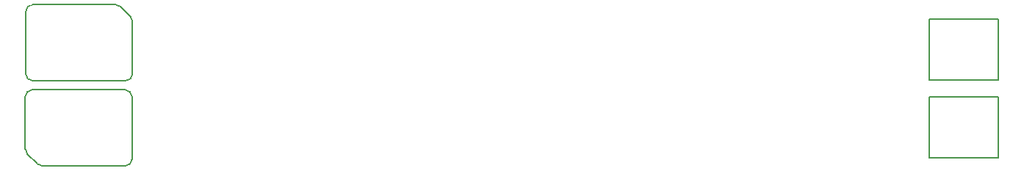
<source format=gbr>
G04 This is an RS-274x file exported by *
G04 gerbv version 2.6.1 *
G04 More information is available about gerbv at *
G04 http://gerbv.geda-project.org/ *
G04 --End of header info--*
%MOIN*%
%FSLAX34Y34*%
%IPPOS*%
G04 --Define apertures--*
%ADD10C,0.0079*%
%ADD11C,0.0079*%
%ADD12C,0.0354*%
%ADD13C,0.0197*%
G04 --Start main section--*
G54D10*
G01X0005583Y0046138D02*
G01X0005583Y0048507D01*
G01X0005491Y0048730D02*
G01X0005025Y0049195D01*
G01X0004803Y0049287D02*
G01X0001055Y0049287D01*
G01X0001055Y0045823D02*
G01X0005268Y0045823D01*
G01X0000740Y0048972D02*
G01X0000740Y0046138D01*
G01X0001031Y0045417D02*
G01X0005244Y0045417D01*
G01X0000717Y0045102D02*
G01X0000717Y0042733D01*
G01X0000809Y0042510D02*
G01X0001274Y0042045D01*
G01X0001496Y0041953D02*
G01X0005244Y0041953D01*
G01X0005559Y0045102D02*
G01X0005559Y0042268D01*
G54D11*
G01X0041732Y0048622D02*
G01X0044881Y0048622D01*
G01X0044882Y0048622D02*
G01X0044882Y0045866D01*
G01X0044882Y0045866D02*
G01X0043307Y0045866D01*
G01X0044882Y0045079D02*
G01X0044882Y0042323D01*
G01X0044882Y0042323D02*
G01X0043307Y0042323D01*
G01X0043307Y0042323D02*
G01X0041732Y0042323D01*
G01X0041732Y0042323D02*
G01X0041732Y0045078D01*
G01X0043307Y0045866D02*
G01X0041732Y0045866D01*
G01X0041732Y0045866D02*
G01X0041732Y0048622D01*
G01X0041732Y0045079D02*
G01X0044881Y0045079D01*
G54D10*
G01X0001055Y0049287D02*
G75*
G03X0000740Y0048972I0000000J-000315D01*
G01X0000740Y0046138D02*
G75*
G03X0001055Y0045823I0000315J0000000D01*
G01X0001031Y0045417D02*
G75*
G03X0000717Y0045102I0000000J-000315D01*
G01X0001274Y0042045D02*
G75*
G03X0001496Y0041953I0000223J0000223D01*
G01X0000717Y0042733D02*
G75*
G03X0000809Y0042510I0000315J0000000D01*
G01X0005268Y0045823D02*
G75*
G03X0005583Y0046138I0000000J0000315D01*
G01X0005583Y0048507D02*
G75*
G03X0005491Y0048730I-000315J0000000D01*
G01X0005026Y0049195D02*
G75*
G03X0004803Y0049287I-000223J-000223D01*
G01X0005244Y0041953D02*
G75*
G03X0005559Y0042268I0000000J0000315D01*
G01X0005559Y0045102D02*
G75*
G03X0005244Y0045417I-000315J0000000D01*
M02*

</source>
